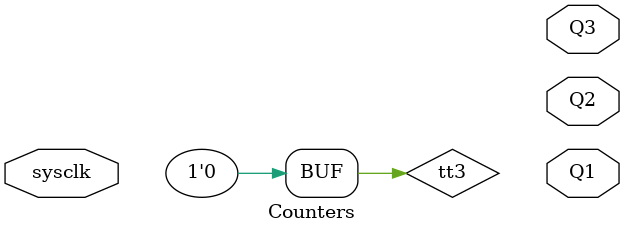
<source format=v>
`timescale 1ns / 1ps


module T_FlipFlop  ( input clk,input t, output reg q);

  
  initial begin
  q = 0;
  end
      always @ (posedge clk) begin
        
        if (t)  
            q <= ~q;  
        else  
            q <= q;  
  end  
endmodule  


module Counters( sysclk,Q1,Q2,Q3);
   input sysclk;
   output Q1;
   output Q2;
   output Q3;

  wire tt2;
  wire tt3;

   

    T_FlipFlop       num_1(.clk(sysclk),.T(1'b1),.Q(Q1));
    
    assign tt2 = ~Q1;
    
    T_FlipFlop       num_2(.clk(Q1),.T(tt2),.Q(Q2));
    
    assign tt3 = Q2& (~Q2);
    
    T_FlipFlop       num_3(.clk(Q2),.T(1'b1),.Q(Q3)); 
    
 endmodule



</source>
